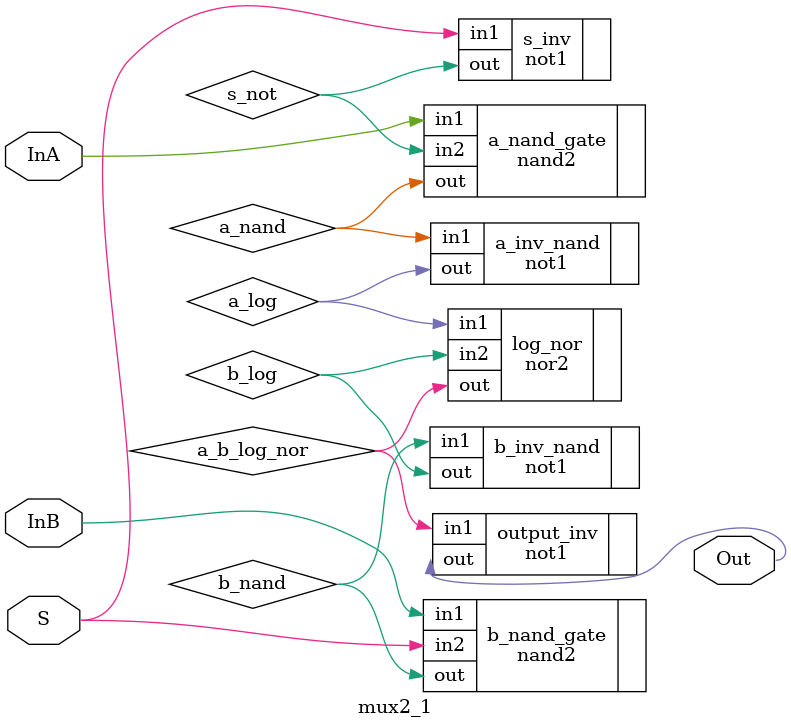
<source format=v>
/*
    CS/ECE 552 Spring '20
    Homework #1, Problem 1

    2-1 mux template
*/
module mux2_1(InA, InB, S, Out);
    input   InA, InB;
    input   S;
    output  Out;

    // YOUR CODE HERE
    // this contains the signal S inverted
    wire s_not;

    // this contains the nand of a, b with s/~s
    wire a_nand;
    wire b_nand;

    // this contains the inverted nand outputs
    wire a_log;
    wire b_log;

    // this contains the nor'd logic statements
    wire a_b_log_nor;

    // create the 4 not gates needed by this circuit
    not1 s_inv(.in1(S), .out(s_not));

    // create the nand gates required for the circuit
    nand2 a_nand_gate(.in1(InA), .in2(s_not), .out(a_nand));
    nand2 b_nand_gate(.in1(InB), .in2(S), .out(b_nand));

    // invert the nand gates
    not1 a_inv_nand(.in1(a_nand), .out(a_log));
    not1 b_inv_nand(.in1(b_nand), .out(b_log));

    // create the nor gate
    nor2 log_nor(.in1(a_log), .in2(b_log), .out(a_b_log_nor));

    not1 output_inv(.in1(a_b_log_nor), .out(Out));

endmodule

</source>
